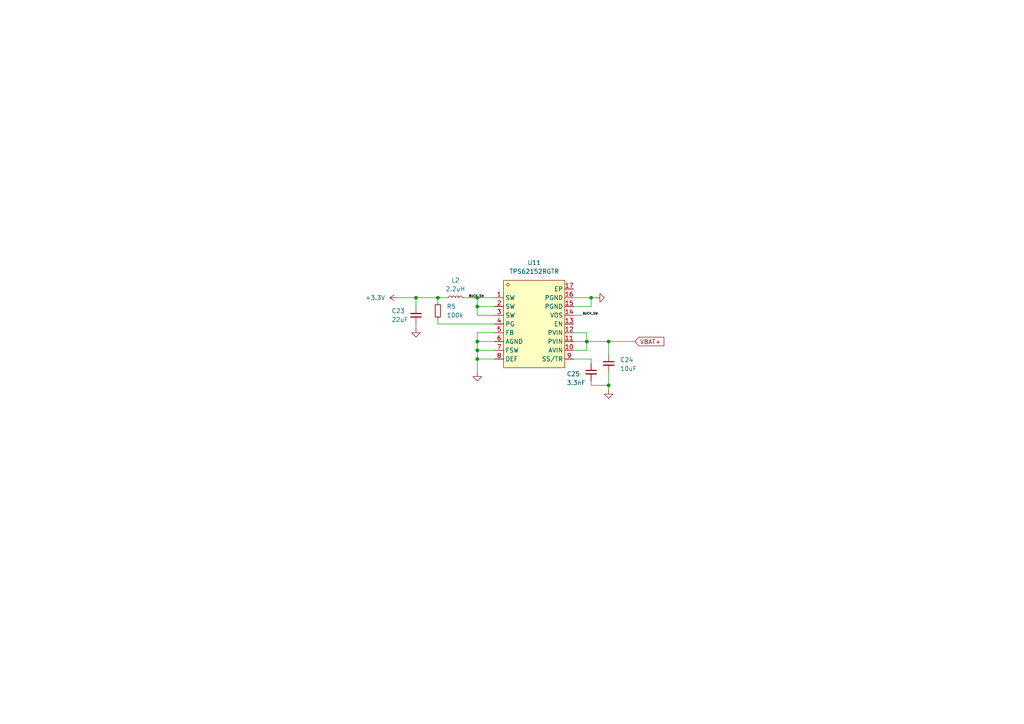
<source format=kicad_sch>
(kicad_sch (version 20250114) (generator "eeschema") (generator_version "9.0")
  (paper "A4")
  (title_block (date "2024-09-06") (rev "Tokyo") (company "CUHAR"))
  (lib_symbols
    (symbol "Device:C_Small" (pin_numbers (hide yes)) (pin_names (offset 0.254) (hide yes))
      (property "Reference" "C" (at 0.254 1.778 0))
      (property "Value" "C_Small" (at 0.254 -2.032 0))
      (symbol "C_Small_0_1"
        (polyline (pts (xy -1.524 0.508) (xy 1.524 0.508)) (stroke (width 0.3048)))
        (polyline (pts (xy -1.524 -0.508) (xy 1.524 -0.508)) (stroke (width 0.3302)))
      )
      (symbol "C_Small_1_1"
        (pin passive line (at 0 2.54 270) (length 2.032) (name "~") (number "1"))
        (pin passive line (at 0 -2.54 90) (length 2.032) (name "~") (number "2"))
      )
    )
    (symbol "Device:L_Small" (pin_numbers (hide yes)) (pin_names (offset 0.254) (hide yes))
      (property "Reference" "L" (at 0.762 1.016 0))
      (property "Value" "L_Small" (at 0.762 -1.016 0))
      (symbol "L_Small_0_1"
        (arc (start 0 2.032) (mid 0.5058 1.524) (end 0 1.016))
        (arc (start 0 1.016) (mid 0.5058 0.508) (end 0 0))
        (arc (start 0 0) (mid 0.5058 -0.508) (end 0 -1.016))
        (arc (start 0 -1.016) (mid 0.5058 -1.524) (end 0 -2.032))
      )
      (symbol "L_Small_1_1"
        (pin passive line (at 0 2.54 270) (length 0.508) (name "~") (number "1"))
        (pin passive line (at 0 -2.54 90) (length 0.508) (name "~") (number "2"))
      )
    )
    (symbol "Device:R_Small" (pin_numbers (hide yes)) (pin_names (offset 0.254) (hide yes))
      (property "Reference" "R" (at 0.762 0.508 0))
      (property "Value" "R_Small" (at 0.762 -1.016 0))
      (symbol "R_Small_0_1"
        (rectangle (start -0.762 1.778) (end 0.762 -1.778) (stroke (width 0.2032)))
      )
      (symbol "R_Small_1_1"
        (pin passive line (at 0 2.54 270) (length 0.762) (name "~") (number "1"))
        (pin passive line (at 0 -2.54 90) (length 0.762) (name "~") (number "2"))
      )
    )
    (symbol "EasyEDA:TPS62152RGTR"
      (property "Reference" "U" (at 0 15.24 0))
      (property "Value" "TPS62152RGTR" (at 0 -15.24 0))
      (symbol "TPS62152RGTR_0_1"
        (rectangle (start -8.89 12.7) (end 8.89 -12.7) (fill (type background)))
        (circle (center -7.62 11.43) (radius 0.38))
        (pin unspecified line (at -11.43 7.62 0) (length 2.54) (name "SW") (number "1"))
        (pin unspecified line (at -11.43 5.08 0) (length 2.54) (name "SW") (number "2"))
        (pin unspecified line (at -11.43 2.54 0) (length 2.54) (name "SW") (number "3"))
        (pin unspecified line (at -11.43 0 0) (length 2.54) (name "PG") (number "4"))
        (pin unspecified line (at -11.43 -2.54 0) (length 2.54) (name "FB") (number "5"))
        (pin unspecified line (at -11.43 -5.08 0) (length 2.54) (name "AGND") (number "6"))
        (pin unspecified line (at -11.43 -7.62 0) (length 2.54) (name "FSW") (number "7"))
        (pin unspecified line (at -11.43 -10.16 0) (length 2.54) (name "DEF") (number "8"))
        (pin unspecified line (at 11.43 10.16 180) (length 2.54) (name "EP") (number "17"))
        (pin unspecified line (at 11.43 7.62 180) (length 2.54) (name "PGND") (number "16"))
        (pin unspecified line (at 11.43 5.08 180) (length 2.54) (name "PGND") (number "15"))
        (pin unspecified line (at 11.43 2.54 180) (length 2.54) (name "VOS") (number "14"))
        (pin unspecified line (at 11.43 0 180) (length 2.54) (name "EN") (number "13"))
        (pin unspecified line (at 11.43 -2.54 180) (length 2.54) (name "PVIN") (number "12"))
        (pin unspecified line (at 11.43 -5.08 180) (length 2.54) (name "PVIN") (number "11"))
        (pin unspecified line (at 11.43 -7.62 180) (length 2.54) (name "AVIN") (number "10"))
        (pin unspecified line (at 11.43 -10.16 180) (length 2.54) (name "SS/TR") (number "9"))
      )
    )
    (symbol "power:+3.3V" (power) (pin_numbers (hide yes)) (pin_names (offset 0) (hide yes))
      (property "Value" "+3.3V" (at 0 3.556 0))
      (symbol "+3.3V_0_1"
        (polyline (pts (xy -0.762 1.27) (xy 0 2.54)))
        (polyline (pts (xy 0 2.54) (xy 0.762 1.27)))
        (polyline (pts (xy 0 0) (xy 0 2.54)))
      )
      (symbol "+3.3V_1_1"
        (pin power_in line (at 0 0 90) (length 0) (name "~") (number "1"))
      )
    )
    (symbol "power:GND" (power) (pin_numbers (hide yes)) (pin_names (offset 0) (hide yes))
      (property "Value" "GND" (at 0 -3.81 0))
      (symbol "GND_0_1"
        (polyline (pts (xy 0 0) (xy 0 -1.27) (xy 1.27 -1.27) (xy 0 -2.54) (xy -1.27 -1.27) (xy 0 -1.27)))
      )
      (symbol "GND_1_1"
        (pin power_in line (at 0 0 270) (length 0) (name "~") (number "1"))
      )
    )
  )
  (junction (at 176.53 99.06))
  (junction (at 171.45 86.36))
  (junction (at 138.43 101.6))
  (junction (at 170.18 99.06))
  (junction (at 138.43 104.14))
  (junction (at 138.43 86.36))
  (junction (at 176.53 111.76))
  (junction (at 138.43 99.06))
  (junction (at 127 86.36))
  (junction (at 120.65 86.36))
  (junction (at 138.43 88.9))
  (wire (pts (xy 143.51 104.14) (xy 138.43 104.14)))
  (wire (pts (xy 166.37 88.9) (xy 171.45 88.9)))
  (wire (pts (xy 127 86.36) (xy 129.54 86.36)))
  (wire (pts (xy 138.43 101.6) (xy 138.43 104.14)))
  (wire (pts (xy 138.43 96.52) (xy 138.43 99.06)))
  (wire (pts (xy 176.53 107.95) (xy 176.53 111.76)))
  (wire (pts (xy 143.51 93.98) (xy 127 93.98)))
  (wire (pts (xy 176.53 99.06) (xy 176.53 102.87)))
  (wire (pts (xy 170.18 99.06) (xy 176.53 99.06)))
  (wire (pts (xy 138.43 104.14) (xy 138.43 107.95)))
  (wire (pts (xy 120.65 86.36) (xy 127 86.36)))
  (wire (pts (xy 166.37 101.6) (xy 170.18 101.6)))
  (wire (pts (xy 171.45 88.9) (xy 171.45 86.36)))
  (wire (pts (xy 127 87.63) (xy 127 86.36)))
  (wire (pts (xy 171.45 110.49) (xy 171.45 111.76)))
  (wire (pts (xy 170.18 101.6) (xy 170.18 99.06)))
  (wire (pts (xy 171.45 86.36) (xy 172.72 86.36)))
  (wire (pts (xy 138.43 101.6) (xy 143.51 101.6)))
  (wire (pts (xy 143.51 88.9) (xy 138.43 88.9)))
  (wire (pts (xy 143.51 96.52) (xy 138.43 96.52)))
  (wire (pts (xy 166.37 86.36) (xy 171.45 86.36)))
  (wire (pts (xy 127 93.98) (xy 127 92.71)))
  (wire (pts (xy 120.65 93.98) (xy 120.65 95.25)))
  (wire (pts (xy 166.37 99.06) (xy 170.18 99.06)))
  (wire (pts (xy 138.43 88.9) (xy 138.43 91.44)))
  (wire (pts (xy 171.45 104.14) (xy 166.37 104.14)))
  (wire (pts (xy 138.43 91.44) (xy 143.51 91.44)))
  (wire (pts (xy 138.43 86.36) (xy 143.51 86.36)))
  (wire (pts (xy 138.43 88.9) (xy 138.43 86.36)))
  (wire (pts (xy 120.65 86.36) (xy 120.65 88.9)))
  (wire (pts (xy 138.43 99.06) (xy 138.43 101.6)))
  (wire (pts (xy 176.53 111.76) (xy 176.53 113.03)))
  (wire (pts (xy 176.53 99.06) (xy 184.15 99.06)))
  (wire (pts (xy 171.45 111.76) (xy 176.53 111.76)))
  (wire (pts (xy 166.37 91.44) (xy 168.91 91.44)))
  (wire (pts (xy 115.57 86.36) (xy 120.65 86.36)))
  (wire (pts (xy 170.18 99.06) (xy 170.18 96.52)))
  (wire (pts (xy 134.62 86.36) (xy 138.43 86.36)))
  (wire (pts (xy 143.51 99.06) (xy 138.43 99.06)))
  (wire (pts (xy 170.18 96.52) (xy 166.37 96.52)))
  (wire (pts (xy 171.45 105.41) (xy 171.45 104.14)))
  (label "BUCK_SW" (at 168.91 91.44 0) (effects (font (size 0.635 0.635))))
  (label "BUCK_SW" (at 135.89 86.36 0) (effects (font (size 0.635 0.635))))
  (global_label "VBAT+" (shape input) (at 184.15 99.06 0) (property "Intersheetrefs" "${INTERSHEET_REFS}" (effects (hide yes))))
  (symbol (lib_id "power:GND") (at 120.65 95.25 0) (unit 1)
    (property "Reference" "#PWR035" (effects (hide yes)))
    (property "Value" "GND" (effects (hide yes)))
    (property "Description" "Power symbol creates a global label with name \"GND\" , ground" (effects (hide yes)))
  )
  (symbol (lib_id "Device:C_Small") (at 120.65 91.44 180) (unit 1)
    (property "Reference" "C23" (at 113.538 90.17 0) (effects (justify right)))
    (property "Value" "22uF" (at 113.538 92.71 0) (effects (justify right)))
    (property "Description" "Unpolarized capacitor, small symbol" (effects (hide yes)))
  )
  (symbol (lib_id "Device:R_Small") (at 127 90.17 0) (unit 1)
    (property "Reference" "R5" (at 129.54 88.8999 0) (effects (justify left)))
    (property "Value" "100k" (at 129.54 91.4399 0) (effects (justify left)))
    (property "Description" "Resistor, small symbol" (effects (hide yes)))
  )
  (symbol (lib_id "Device:L_Small") (at 132.08 86.36 90) (unit 1)
    (property "Reference" "L2" (at 132.08 81.28 90))
    (property "Value" "2.2uH" (at 132.08 83.82 90))
    (property "Description" "Inductor, small symbol" (effects (hide yes)))
  )
  (symbol (lib_id "power:GND") (at 172.72 86.36 90) (unit 1)
    (property "Reference" "#PWR034" (effects (hide yes)))
    (property "Value" "GND" (effects (hide yes)))
    (property "Description" "Power symbol creates a global label with name \"GND\" , ground" (effects (hide yes)))
  )
  (symbol (lib_id "power:GND") (at 138.43 107.95 0) (unit 1)
    (property "Reference" "#PWR036" (effects (hide yes)))
    (property "Value" "GND" (effects (hide yes)))
    (property "Description" "Power symbol creates a global label with name \"GND\" , ground" (effects (hide yes)))
  )
  (symbol (lib_id "Device:C_Small") (at 171.45 107.95 0) (unit 1)
    (property "Reference" "C25" (at 164.338 108.458 0) (effects (justify left)))
    (property "Value" "3.3nF" (at 164.338 110.998 0) (effects (justify left)))
    (property "Description" "Unpolarized capacitor, small symbol" (effects (hide yes)))
  )
  (symbol (lib_id "EasyEDA:TPS62152RGTR") (at 154.94 93.98 0) (unit 1)
    (property "Reference" "U11" (at 154.94 76.2 0))
    (property "Value" "TPS62152RGTR" (at 154.94 78.74 0))
    (property "Footprint" "EasyEDA:TQFN-16_L3.0-W3.0-P0.50-TL-EP1.7" (effects (hide yes)))
    (property "LCSC Part" "C2070611" (effects (hide yes)))
  )
  (symbol (lib_id "power:GND") (at 176.53 113.03 0) (unit 1)
    (property "Reference" "#PWR037" (effects (hide yes)))
    (property "Value" "GND" (effects (hide yes)))
    (property "Description" "Power symbol creates a global label with name \"GND\" , ground" (effects (hide yes)))
  )
  (symbol (lib_id "Device:C_Small") (at 176.53 105.41 0) (unit 1)
    (property "Reference" "C24" (at 179.832 104.394 0) (effects (justify left)))
    (property "Value" "10uF" (at 179.832 106.934 0) (effects (justify left)))
    (property "Description" "Unpolarized capacitor, small symbol" (effects (hide yes)))
  )
  (symbol (lib_id "power:+3.3V") (at 115.57 86.36 90) (unit 1)
    (property "Reference" "#PWR033" (effects (hide yes)))
    (property "Value" "+3.3V" (at 111.76 86.3599 90) (effects (justify left)))
    (property "Description" "Power symbol creates a global label with name \"+3.3V\"" (effects (hide yes)))
  )
)
</source>
